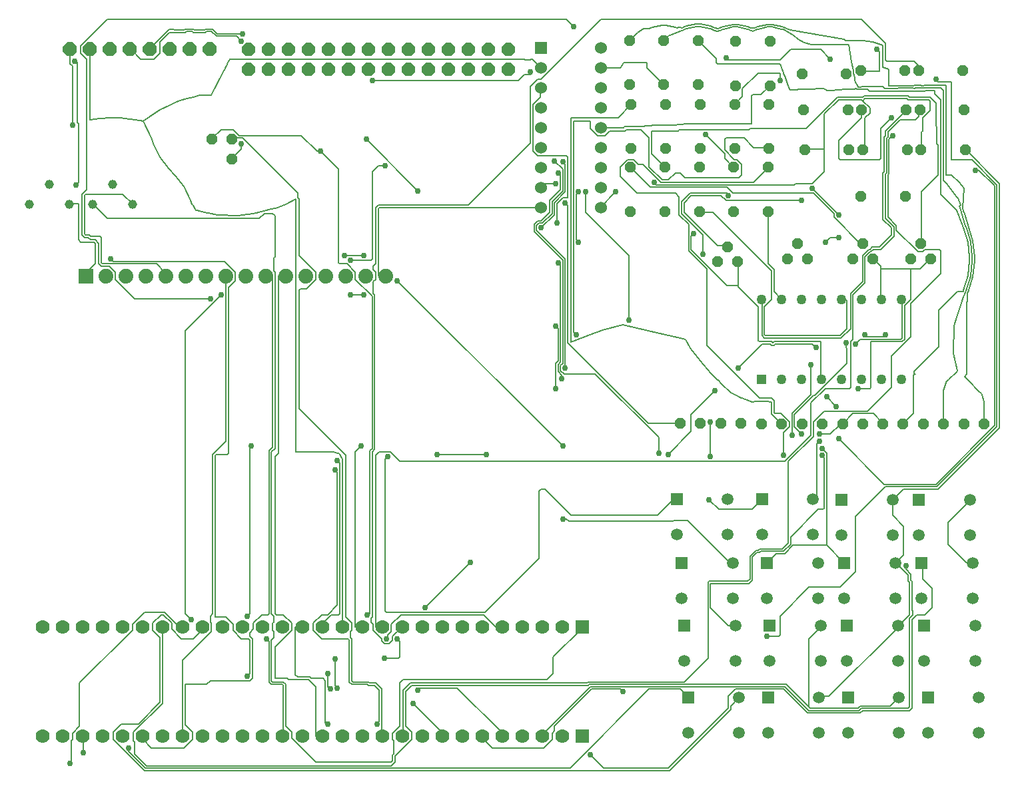
<source format=gbr>
G04 EAGLE Gerber RS-274X export*
G75*
%MOMM*%
%FSLAX34Y34*%
%LPD*%
%INBottom Copper*%
%IPPOS*%
%AMOC8*
5,1,8,0,0,1.08239X$1,22.5*%
G01*
%ADD10R,1.270000X1.270000*%
%ADD11C,1.270000*%
%ADD12R,1.524000X1.524000*%
%ADD13C,1.524000*%
%ADD14R,1.778000X1.778000*%
%ADD15C,1.778000*%
%ADD16P,1.814519X8X22.500000*%
%ADD17P,1.924489X8X112.500000*%
%ADD18R,1.879600X1.879600*%
%ADD19C,1.879600*%
%ADD20P,1.429621X8X22.500000*%
%ADD21P,1.429621X8X112.500000*%
%ADD22P,1.429621X8X202.500000*%
%ADD23C,1.168000*%
%ADD24C,1.498000*%
%ADD25R,1.498000X1.498000*%
%ADD26C,0.152400*%
%ADD27C,0.756400*%


D10*
X1005000Y529900D03*
D11*
X1030400Y529900D03*
X1055800Y529900D03*
X1081200Y529900D03*
X1106600Y529900D03*
X1132000Y529900D03*
X1157400Y529900D03*
X1182800Y529900D03*
X1182800Y631500D03*
X1157400Y631500D03*
X1132000Y631500D03*
X1106600Y631500D03*
X1081200Y631500D03*
X1055800Y631500D03*
X1030400Y631500D03*
X1005000Y631500D03*
D12*
X725100Y951300D03*
D13*
X725100Y925900D03*
X725100Y900500D03*
X725100Y875100D03*
X725100Y849700D03*
X725100Y824300D03*
X725100Y798900D03*
X725100Y773500D03*
X725100Y748100D03*
X801300Y748100D03*
X801300Y773500D03*
X801300Y798900D03*
X801300Y824300D03*
X801300Y849700D03*
X801300Y875100D03*
X801300Y900500D03*
X801300Y925900D03*
X801300Y951300D03*
D14*
X777600Y75800D03*
D15*
X752200Y75800D03*
X726800Y75800D03*
X701400Y75800D03*
X676000Y75800D03*
X650600Y75800D03*
X625200Y75800D03*
X599800Y75800D03*
X574400Y75800D03*
X549000Y75800D03*
X523600Y75800D03*
X498200Y75800D03*
X472800Y75800D03*
X447400Y75800D03*
X422000Y75800D03*
X396600Y75800D03*
X371200Y75800D03*
X345800Y75800D03*
X320400Y75800D03*
X295000Y75800D03*
X269600Y75800D03*
X244200Y75800D03*
X218800Y75800D03*
X193400Y75800D03*
X168000Y75800D03*
X142600Y75800D03*
X117200Y75800D03*
X91800Y75800D03*
D14*
X777600Y214700D03*
D15*
X752200Y214700D03*
X726800Y214700D03*
X701400Y214700D03*
X676000Y214700D03*
X650600Y214700D03*
X625200Y214700D03*
X599800Y214700D03*
X574400Y214700D03*
X549000Y214700D03*
X523600Y214700D03*
X498200Y214700D03*
X472800Y214700D03*
X447400Y214700D03*
X422000Y214700D03*
X396600Y214700D03*
X371200Y214700D03*
X345800Y214700D03*
X320400Y214700D03*
X295000Y214700D03*
X269600Y214700D03*
X244200Y214700D03*
X218800Y214700D03*
X193400Y214700D03*
X168000Y214700D03*
X142600Y214700D03*
X117200Y214700D03*
X91800Y214700D03*
D16*
X353700Y924400D03*
X353700Y949800D03*
X379100Y924400D03*
X379100Y949800D03*
X404500Y924400D03*
X404500Y949800D03*
X429900Y924400D03*
X429900Y949800D03*
X455300Y924400D03*
X455300Y949800D03*
X480700Y924400D03*
X480700Y949800D03*
X506100Y924400D03*
X506100Y949800D03*
X531500Y924400D03*
X531500Y949800D03*
X556900Y924400D03*
X556900Y949800D03*
X582300Y924400D03*
X582300Y949800D03*
X607700Y924400D03*
X607700Y949800D03*
X633100Y924400D03*
X633100Y949800D03*
X658500Y924400D03*
X658500Y949800D03*
X683900Y924400D03*
X683900Y949800D03*
D17*
X126700Y949500D03*
X152100Y949500D03*
X177500Y949500D03*
X202900Y949500D03*
X228300Y949500D03*
X253700Y949500D03*
X279100Y949500D03*
X304500Y949500D03*
D18*
X146600Y660900D03*
D19*
X172000Y660900D03*
X197400Y660900D03*
X222800Y660900D03*
X248200Y660900D03*
X273600Y660900D03*
X299000Y660900D03*
X324400Y660900D03*
X349800Y660900D03*
X375200Y660900D03*
X400600Y660900D03*
X426000Y660900D03*
X451400Y660900D03*
X476800Y660900D03*
X502200Y660900D03*
X527600Y660900D03*
D20*
X1263100Y473000D03*
X1288500Y473000D03*
X1211500Y473000D03*
X1236900Y473000D03*
X1159900Y473000D03*
X1185300Y473000D03*
X1108300Y473000D03*
X1133700Y473000D03*
X1056700Y473000D03*
X1082100Y473000D03*
X1005100Y473000D03*
X1030500Y473000D03*
X954100Y473800D03*
X979500Y473800D03*
X902500Y473800D03*
X927900Y473800D03*
D21*
X837500Y904400D03*
X837500Y960600D03*
X1015000Y823300D03*
X1015000Y879500D03*
X838800Y743300D03*
X838800Y799500D03*
X882600Y743300D03*
X882600Y799500D03*
X926400Y743300D03*
X926400Y799500D03*
X970200Y743300D03*
X970200Y799500D03*
X1014000Y743300D03*
X1014000Y799500D03*
D22*
X1113200Y918700D03*
X1057000Y918700D03*
X1187600Y922200D03*
X1131400Y922200D03*
X1261400Y922200D03*
X1205200Y922200D03*
X1115200Y872200D03*
X1059000Y872200D03*
D21*
X881300Y904400D03*
X881300Y960600D03*
D22*
X1189000Y872200D03*
X1132800Y872200D03*
X1262800Y872200D03*
X1206600Y872200D03*
X1116600Y822200D03*
X1060400Y822200D03*
X1190400Y822200D03*
X1134200Y822200D03*
X1264200Y822200D03*
X1208000Y822200D03*
X1188000Y762200D03*
X1131800Y762200D03*
D23*
X74500Y752600D03*
X99900Y778000D03*
X125300Y752600D03*
X155600Y752600D03*
X181000Y778000D03*
X206400Y752600D03*
D21*
X925100Y904400D03*
X925100Y960600D03*
X972200Y903300D03*
X972200Y959500D03*
X1016000Y903300D03*
X1016000Y959500D03*
X839800Y823300D03*
X839800Y879500D03*
X883600Y823300D03*
X883600Y879500D03*
X927400Y823300D03*
X927400Y879500D03*
X971200Y823300D03*
X971200Y879500D03*
D24*
X897500Y332400D03*
D25*
X897500Y377400D03*
D24*
X962500Y332400D03*
X962500Y377400D03*
X1015600Y171300D03*
D25*
X1015600Y216300D03*
D24*
X1080600Y171300D03*
X1080600Y216300D03*
X1114000Y171300D03*
D25*
X1114000Y216300D03*
D24*
X1179000Y171300D03*
X1179000Y216300D03*
X1212400Y171300D03*
D25*
X1212400Y216300D03*
D24*
X1277400Y171300D03*
X1277400Y216300D03*
X1216800Y80200D03*
D25*
X1216800Y125200D03*
D24*
X1281800Y80200D03*
X1281800Y125200D03*
X1115200Y80200D03*
D25*
X1115200Y125200D03*
D24*
X1180200Y80200D03*
X1180200Y125200D03*
X1013600Y80200D03*
D25*
X1013600Y125200D03*
D24*
X1078600Y80200D03*
X1078600Y125200D03*
X912000Y80200D03*
D25*
X912000Y125200D03*
D24*
X977000Y80200D03*
X977000Y125200D03*
X1005900Y332400D03*
D25*
X1005900Y377400D03*
D24*
X1070900Y332400D03*
X1070900Y377400D03*
X1106800Y331300D03*
D25*
X1106800Y376300D03*
D24*
X1171800Y331300D03*
X1171800Y376300D03*
X1205200Y331300D03*
D25*
X1205200Y376300D03*
D24*
X1270200Y331300D03*
X1270200Y376300D03*
X903600Y251300D03*
D25*
X903600Y296300D03*
D24*
X968600Y251300D03*
X968600Y296300D03*
X1012000Y251300D03*
D25*
X1012000Y296300D03*
D24*
X1077000Y251300D03*
X1077000Y296300D03*
X1110400Y251300D03*
D25*
X1110400Y296300D03*
D24*
X1175400Y251300D03*
X1175400Y296300D03*
X1208800Y251300D03*
D25*
X1208800Y296300D03*
D24*
X1273800Y251300D03*
X1273800Y296300D03*
X907200Y171300D03*
D25*
X907200Y216300D03*
D24*
X972200Y171300D03*
X972200Y216300D03*
D20*
X975100Y679500D03*
X962400Y698550D03*
X949700Y679500D03*
X1064100Y683000D03*
X1051400Y702050D03*
X1038700Y683000D03*
X1147100Y683000D03*
X1134400Y702050D03*
X1121700Y683000D03*
X1220100Y683000D03*
X1207400Y702050D03*
X1194700Y683000D03*
X306700Y835300D03*
X332100Y809900D03*
X332100Y835300D03*
D26*
X823164Y862864D02*
X839800Y879500D01*
X1017800Y485700D02*
X1030500Y473000D01*
X1017800Y485700D02*
X1017800Y500921D01*
X1007835Y501577D02*
X1002365Y501577D01*
X1007835Y501577D02*
X1011350Y501436D01*
X1017800Y500921D01*
X998650Y501420D02*
X993133Y500954D01*
X998650Y501420D02*
X1002365Y501577D01*
X915200Y569787D02*
X908863Y580387D01*
X979500Y506314D02*
X980825Y505725D01*
X982235Y505099D01*
X993133Y500954D01*
X908863Y580387D02*
X902500Y581805D01*
X966800Y512582D02*
X976765Y507528D01*
X979500Y506314D01*
X927900Y553210D02*
X915200Y569787D01*
X927900Y553210D02*
X941000Y537121D01*
X942029Y536250D02*
X948954Y529900D01*
X942029Y536250D02*
X941000Y537121D01*
X951365Y527689D02*
X954100Y524954D01*
X951365Y527689D02*
X948954Y529900D01*
X954100Y524954D02*
X966800Y512582D01*
X902500Y581805D02*
X861886Y591686D01*
X829220Y598933D01*
X802799Y592366D01*
X801300Y591794D01*
X789184Y587116D01*
X763200Y577465D01*
X823232Y862400D02*
X823164Y862864D01*
X763200Y862400D02*
X763200Y577465D01*
X763200Y862400D02*
X823232Y862400D01*
X1269923Y685578D02*
X1269923Y680422D01*
X1233176Y764791D02*
X1233176Y885164D01*
X1253126Y744841D02*
X1253126Y744841D01*
X1233176Y885164D02*
X1225226Y893114D01*
X1225899Y897339D02*
X1201043Y896641D01*
X1225226Y893114D02*
X1225899Y897339D01*
X1200830Y536760D02*
X1199580Y536760D01*
X1201043Y896641D02*
X1169321Y896641D01*
X1167010Y896571D02*
X1166940Y896500D01*
X1142878Y896500D01*
X1140421Y898958D01*
X1131750Y898724D02*
X1129120Y898677D01*
X1132100Y898724D02*
X1136587Y898840D01*
X1127995Y898653D02*
X1124261Y899296D01*
X1123535Y898988D02*
X1119808Y898706D01*
X1113700Y898498D02*
X1111765Y898467D01*
X1113700Y898498D02*
X1115855Y898498D01*
X1104958Y898148D02*
X1090943Y897499D01*
X1089944Y897498D02*
X1088449Y897490D01*
X1083676Y899505D02*
X1081249Y899497D01*
X1087986Y897485D02*
X1088281Y897579D01*
X1087781Y898091D02*
X1084138Y899511D01*
X1080249Y899496D02*
X1066916Y898839D01*
X1057500Y898498D02*
X1055565Y898467D01*
X1058000Y898498D02*
X1060301Y898527D01*
X1048286Y898084D02*
X1041584Y897629D01*
X948100Y937600D02*
X925100Y960600D01*
X1198400Y486100D02*
X1185300Y473000D01*
X1269923Y685578D02*
X1267986Y704285D01*
X1262163Y723027D01*
X1253126Y744841D01*
X1262163Y642973D02*
X1261650Y641734D01*
X1262163Y642973D02*
X1267986Y661715D01*
X1269923Y680422D01*
X1261650Y641734D02*
X1254681Y641734D01*
X1230326Y617379D01*
X1230326Y570780D01*
X1253126Y744841D02*
X1233176Y764791D01*
X1230326Y570780D02*
X1199580Y540034D01*
X1199580Y536760D01*
X1200830Y536760D02*
X1198400Y535617D01*
X1198400Y486100D01*
X1169321Y896641D02*
X1167010Y896571D01*
X1132100Y898724D02*
X1131750Y898724D01*
X1136587Y898840D02*
X1140421Y898958D01*
X1129120Y898677D02*
X1127995Y898653D01*
X1124261Y899296D02*
X1123535Y898988D01*
X1119808Y898706D02*
X1115855Y898498D01*
X1110350Y898436D02*
X1104958Y898148D01*
X1110350Y898436D02*
X1111765Y898467D01*
X1088449Y897490D02*
X1087986Y897485D01*
X1089944Y897498D02*
X1090943Y897499D01*
X1088281Y897579D02*
X1087781Y898091D01*
X1084138Y899511D02*
X1083676Y899505D01*
X1081249Y899497D02*
X1080249Y899496D01*
X1058000Y898498D02*
X1057500Y898498D01*
X1060301Y898527D02*
X1061621Y898556D01*
X1066916Y898839D01*
X1054140Y898436D02*
X1048286Y898084D01*
X1054140Y898436D02*
X1055565Y898467D01*
X1040017Y901717D02*
X1039362Y903300D01*
X1040017Y901717D02*
X1040495Y900565D01*
X1041584Y897629D01*
X1033638Y918700D02*
X1032983Y920283D01*
X1032505Y921435D01*
X1028836Y931400D01*
X1033638Y918700D02*
X1034726Y915965D01*
X1038274Y906035D01*
X1039362Y903300D01*
X1028836Y931400D02*
X949209Y931400D01*
X948091Y932500D01*
X948100Y935400D02*
X948100Y937600D01*
X948100Y935400D02*
X948091Y932500D01*
X1272971Y685735D02*
X1272971Y680265D01*
X1264466Y640568D02*
X1263333Y637833D01*
X1249463Y562698D02*
X1254250Y540641D01*
X1258213Y751929D02*
X1255439Y759694D01*
X1258175Y751287D02*
X1257104Y749555D01*
X1250485Y598230D02*
X1249419Y562888D01*
X1253600Y761918D02*
X1240730Y778582D01*
X1262058Y635065D02*
X1251071Y600665D01*
X1239692Y525835D02*
X1236900Y515162D01*
X1240328Y526472D02*
X1242436Y528546D01*
X1264871Y724455D02*
X1259415Y742351D01*
X1236224Y783088D02*
X1236224Y896826D01*
X1236224Y783088D02*
X1240730Y778582D01*
X1253348Y539428D02*
X1243316Y529390D01*
X1230200Y900948D02*
X1211127Y900388D01*
X1230200Y900948D02*
X1232800Y900948D01*
X1236224Y896826D01*
X1205550Y900248D02*
X1201416Y900145D01*
X1205900Y900248D02*
X1208817Y900317D01*
X1199566Y900094D02*
X1197953Y900126D01*
X1197603Y900228D02*
X1193265Y900348D01*
X1187950Y900248D02*
X1169227Y899688D01*
X1187950Y900248D02*
X1190284Y900248D01*
X1166917Y899617D02*
X1165018Y899617D01*
X1162148Y899562D01*
X1140795Y902472D02*
X1140327Y902004D01*
X1140795Y902472D02*
X1159239Y902472D01*
X1136494Y901887D02*
X1136144Y901887D01*
X1129056Y901724D01*
X1059346Y957699D02*
X1052357Y962415D01*
X1034814Y973905D02*
X1032078Y975038D01*
X1018267Y978099D02*
X1013733Y978099D01*
X999922Y975038D02*
X997878Y974191D01*
X990322Y974191D02*
X988278Y975038D01*
X974467Y978099D02*
X969933Y978099D01*
X956122Y975038D02*
X952825Y973664D01*
X943348Y974573D02*
X940723Y975682D01*
X927367Y978649D02*
X922833Y978649D01*
X909478Y975682D02*
X906533Y974461D01*
X887094Y966394D02*
X881300Y960600D01*
X1236900Y515162D02*
X1236900Y473000D01*
X1258175Y751287D02*
X1258213Y751929D01*
X1257593Y748375D02*
X1259415Y742351D01*
X1257593Y748375D02*
X1257104Y749555D01*
X1270986Y704900D02*
X1272971Y685735D01*
X1270986Y704900D02*
X1265033Y724064D01*
X1264871Y724455D01*
X1265033Y641936D02*
X1264466Y640568D01*
X1265033Y641936D02*
X1270986Y661100D01*
X1272971Y680265D01*
X1262767Y636465D02*
X1262058Y635065D01*
X1262767Y636465D02*
X1263333Y637833D01*
X1250929Y599724D02*
X1250485Y598230D01*
X1250929Y599724D02*
X1251071Y600665D01*
X1249419Y562888D02*
X1249463Y562698D01*
X1254250Y540641D02*
X1253348Y539428D01*
X1255439Y759694D02*
X1253600Y761918D01*
X1240328Y526472D02*
X1239692Y525835D01*
X1242436Y528546D02*
X1243316Y529390D01*
X1236224Y896826D02*
X1236224Y896826D01*
X1205900Y900248D02*
X1205550Y900248D01*
X1208817Y900317D02*
X1211127Y900388D01*
X1201416Y900145D02*
X1199566Y900094D01*
X1197953Y900126D02*
X1197603Y900228D01*
X1193265Y900348D02*
X1190284Y900248D01*
X1169227Y899688D02*
X1166917Y899617D01*
X1162148Y899562D02*
X1159239Y902472D01*
X1140327Y902004D02*
X1136494Y901887D01*
X1129056Y901724D02*
X1128386Y901710D01*
X1127703Y904197D01*
X1124644Y907256D01*
X1119956Y933644D02*
X1116394Y955990D01*
X1123591Y914391D02*
X1124050Y911719D01*
X1124050Y910981D01*
X1124644Y907256D01*
X1116394Y955990D02*
X1069306Y955990D01*
X1120550Y929181D02*
X1121009Y926509D01*
X1120550Y929181D02*
X1120550Y929919D01*
X1119956Y933644D01*
X1121872Y923503D02*
X1122142Y922200D01*
X1121872Y923503D02*
X1121279Y924935D01*
X1121009Y926509D01*
X1122300Y919465D02*
X1122458Y918700D01*
X1122300Y919465D02*
X1122300Y921435D01*
X1122142Y922200D01*
X1122458Y918700D02*
X1122728Y917397D01*
X1123322Y915965D01*
X1123591Y914391D01*
X1069306Y955990D02*
X1059346Y957699D01*
X1035932Y973442D02*
X1034814Y973905D01*
X1035932Y973442D02*
X1046125Y967729D01*
X1052357Y962415D01*
X1031110Y975439D02*
X1018267Y978099D01*
X1031110Y975439D02*
X1032078Y975038D01*
X997878Y974191D02*
X994100Y972627D01*
X999922Y975038D02*
X1000890Y975439D01*
X1013733Y978099D01*
X994100Y972627D02*
X990322Y974191D01*
X987310Y975439D02*
X974467Y978099D01*
X987310Y975439D02*
X988278Y975038D01*
X957090Y975439D02*
X956122Y975038D01*
X957090Y975439D02*
X969933Y978099D01*
X952825Y973664D02*
X949087Y972098D01*
X943348Y974573D01*
X939754Y976084D02*
X927367Y978649D01*
X939754Y976084D02*
X940723Y975682D01*
X910446Y976084D02*
X909478Y975682D01*
X910446Y976084D02*
X922833Y978649D01*
X906533Y974461D02*
X887094Y966394D01*
X1276019Y685893D02*
X1276019Y680107D01*
X1267282Y639402D02*
X1267282Y629402D01*
X1266149Y626666D01*
X1286055Y510632D02*
X1288500Y501198D01*
X1260876Y748049D02*
X1261038Y748096D01*
X1266149Y626666D02*
X1266149Y536056D01*
X1263390Y533297D01*
X1268563Y527677D02*
X1281643Y514686D01*
X1273987Y705515D02*
X1262415Y743151D01*
X1262332Y743234D01*
X1211034Y903434D02*
X1211596Y903996D01*
X1240000Y903996D01*
X1190233Y903296D02*
X1169696Y903296D01*
X1166824Y903208D02*
X1166824Y924193D01*
X1159500Y926749D01*
X1159500Y954877D02*
X1146961Y958615D01*
X1133863Y960973D02*
X1128834Y960973D01*
X1128448Y960930D02*
X1111714Y960747D01*
X1035980Y976721D02*
X1033244Y977854D01*
X1018579Y981147D02*
X1013421Y981147D01*
X998755Y977854D02*
X996712Y977007D01*
X991488Y977007D02*
X989444Y977854D01*
X992165Y976727D02*
X996035Y976727D01*
X974779Y981147D02*
X969621Y981147D01*
X954955Y977854D02*
X951648Y976475D01*
X950675Y976067D02*
X945873Y976803D01*
X944555Y977372D02*
X941889Y978498D01*
X927679Y981697D02*
X922521Y981697D01*
X908311Y978498D02*
X905364Y977277D01*
X904574Y976949D02*
X901036Y977277D01*
X900246Y977604D02*
X897506Y977090D01*
X883723Y980173D02*
X878877Y980173D01*
X865094Y977090D02*
X862148Y975869D01*
X861358Y975541D02*
X856652Y975869D01*
X855862Y976197D02*
X847619Y970719D01*
X837500Y960600D01*
X1288500Y501198D02*
X1288500Y473000D01*
X1261038Y748096D02*
X1262517Y772867D01*
X1260876Y748049D02*
X1262332Y743234D01*
X1273987Y705515D02*
X1276019Y685893D01*
X1267902Y640898D02*
X1267282Y639402D01*
X1267902Y640898D02*
X1273987Y660485D01*
X1276019Y680107D01*
X1264728Y531959D02*
X1268563Y527677D01*
X1264728Y531959D02*
X1263390Y533297D01*
X1284720Y511967D02*
X1286055Y510632D01*
X1284720Y511967D02*
X1281643Y514686D01*
X1262517Y772867D02*
X1257090Y779905D01*
X1211034Y903434D02*
X1208724Y903364D01*
X1208187Y903900D01*
X1190233Y903296D01*
X1169696Y903296D02*
X1166824Y903208D01*
X1159500Y926749D02*
X1159500Y954877D01*
X1146961Y958615D02*
X1133863Y960973D01*
X1128834Y960973D02*
X1128448Y960930D01*
X1111714Y960747D02*
X1110433Y962028D01*
X1041403Y973869D01*
X1037265Y976189D02*
X1035980Y976721D01*
X1037265Y976189D02*
X1041403Y973869D01*
X1032010Y978365D02*
X1018579Y981147D01*
X1032010Y978365D02*
X1033244Y977854D01*
X996712Y977007D02*
X996035Y976727D01*
X998755Y977854D02*
X999990Y978365D01*
X1013421Y981147D01*
X992165Y976727D02*
X991488Y977007D01*
X988210Y978365D02*
X974779Y981147D01*
X988210Y978365D02*
X989444Y977854D01*
X956190Y978365D02*
X954955Y977854D01*
X956190Y978365D02*
X969621Y981147D01*
X951648Y976475D02*
X950675Y976067D01*
X945873Y976803D02*
X944555Y977372D01*
X940654Y979010D02*
X927679Y981697D01*
X940654Y979010D02*
X941889Y978498D01*
X909546Y979010D02*
X908311Y978498D01*
X909546Y979010D02*
X922521Y981697D01*
X905364Y977277D02*
X904574Y976949D01*
X901036Y977277D02*
X900246Y977604D01*
X896404Y977547D02*
X883723Y980173D01*
X896404Y977547D02*
X897506Y977090D01*
X866196Y977547D02*
X865094Y977090D01*
X866196Y977547D02*
X878877Y980173D01*
X862148Y975869D02*
X861358Y975541D01*
X856652Y975869D02*
X855862Y976197D01*
X1246995Y790000D02*
X1257090Y779905D01*
X1246995Y790000D02*
X1240000Y790000D01*
X1240000Y903996D01*
X1121664Y486156D02*
X1109472Y473964D01*
X1121664Y486156D02*
X1147572Y486156D01*
X1159764Y473964D01*
X1109472Y473964D02*
X1108300Y473000D01*
X1159764Y473964D02*
X1159900Y473000D01*
X1107948Y472440D02*
X1104900Y472440D01*
X1092708Y460248D01*
X1078992Y460248D01*
X1107948Y472440D02*
X1108300Y473000D01*
X1085088Y822960D02*
X1060704Y822960D01*
X1085088Y822960D02*
X1085088Y867156D01*
X1103376Y885444D01*
X1132332Y885444D01*
X1133856Y883920D02*
X1143000Y874776D01*
X1133856Y883920D02*
X1132332Y885444D01*
X1143000Y874776D02*
X1143000Y868680D01*
X1136904Y862584D01*
X1136904Y824484D01*
X1135380Y822960D01*
X1060704Y822960D02*
X1060400Y822200D01*
X1134200Y822200D02*
X1135380Y822960D01*
X1208532Y822960D02*
X1208532Y844296D01*
X1210056Y845820D01*
X1210056Y862584D01*
X1219200Y871728D01*
X1219200Y883920D01*
X1217676Y885444D01*
X1191768Y885444D01*
X1190244Y886968D01*
X1136904Y886968D01*
X1133856Y883920D01*
X1208532Y822960D02*
X1208000Y822200D01*
X344424Y822960D02*
X332232Y810768D01*
X344424Y822960D02*
X344424Y829056D01*
X332232Y810768D02*
X332100Y809900D01*
X1085088Y822960D02*
X1085088Y794004D01*
X1069848Y778764D01*
X1048512Y778764D01*
X1046988Y777240D01*
X871728Y777240D01*
X868680Y780288D01*
X819912Y768096D02*
X800100Y748284D01*
X801300Y748100D01*
X861060Y473964D02*
X902208Y473964D01*
X861060Y473964D02*
X758952Y576072D01*
X758952Y751332D01*
X755904Y754380D01*
X902208Y473964D02*
X902500Y473800D01*
D27*
X1078992Y460248D03*
X344424Y829056D03*
X868680Y780288D03*
X819912Y768096D03*
X755904Y754380D03*
D26*
X454152Y91440D02*
X452628Y91440D01*
X451104Y92964D01*
X451104Y146304D01*
X448056Y149352D01*
X432816Y149352D01*
X431292Y150876D01*
X416052Y150876D01*
X413004Y153924D01*
X413004Y214884D01*
X420624Y214884D01*
X422000Y214700D01*
X667512Y214884D02*
X675132Y214884D01*
X667512Y214884D02*
X652272Y230124D01*
X547116Y230124D01*
X534924Y217932D01*
X534924Y208788D01*
X530352Y204216D01*
X530352Y201168D01*
X528828Y199644D01*
X675132Y214884D02*
X676000Y214700D01*
X1156716Y670560D02*
X1156716Y673608D01*
X1156716Y670560D02*
X1156716Y632460D01*
X1156716Y673608D02*
X1147572Y682752D01*
X1156716Y632460D02*
X1157400Y631500D01*
X1147572Y682752D02*
X1147100Y683000D01*
X1207008Y670560D02*
X1219200Y682752D01*
X1194816Y670560D02*
X1156716Y670560D01*
X1194816Y670560D02*
X1207008Y670560D01*
X1219200Y682752D02*
X1220100Y683000D01*
X975360Y649224D02*
X975360Y647700D01*
X975360Y649224D02*
X975360Y678180D01*
X975360Y647700D02*
X1001268Y621792D01*
X1001268Y579120D01*
X1002792Y577596D01*
X1018032Y577596D01*
X1019556Y576072D01*
X1021080Y577596D01*
X1080516Y577596D01*
X1080516Y530352D01*
X975360Y678180D02*
X975100Y679500D01*
X1080516Y530352D02*
X1081200Y529900D01*
X1194816Y630936D02*
X1194816Y670560D01*
X1194816Y630936D02*
X1187196Y623316D01*
X1187196Y580644D01*
X1184148Y577596D01*
X1144524Y577596D01*
X1144524Y519684D01*
X1143000Y518160D01*
X1127760Y518160D01*
X723900Y748284D02*
X519684Y748284D01*
X518160Y746760D01*
X518160Y661416D01*
X527304Y661416D01*
X723900Y748284D02*
X725100Y748100D01*
X527600Y660900D02*
X527304Y661416D01*
X137160Y752856D02*
X126492Y752856D01*
X137160Y752856D02*
X137160Y707136D01*
X140208Y704088D01*
X156972Y704088D01*
X158496Y702564D01*
X158496Y676656D01*
X147828Y665988D01*
X147828Y661416D01*
X126492Y752856D02*
X125300Y752600D01*
X147828Y661416D02*
X146600Y660900D01*
X246888Y661416D02*
X246888Y665988D01*
X236220Y676656D01*
X167640Y676656D01*
X166116Y678180D01*
X166116Y710184D01*
X164592Y711708D01*
X152400Y711708D01*
X150876Y713232D01*
X146304Y713232D01*
X144780Y714756D01*
X144780Y763524D01*
X146304Y765048D01*
X193548Y765048D01*
X205740Y752856D01*
X246888Y661416D02*
X248200Y660900D01*
X206400Y752600D02*
X205740Y752856D01*
X440436Y819912D02*
X445008Y819912D01*
X440436Y819912D02*
X420624Y839724D01*
X341376Y839724D01*
X333756Y847344D01*
X318516Y847344D01*
X307848Y836676D01*
X306700Y835300D01*
X961644Y649224D02*
X975360Y649224D01*
X961644Y649224D02*
X915924Y694944D01*
X915924Y711708D01*
X918972Y714756D01*
X505968Y230124D02*
X504444Y230124D01*
X505968Y230124D02*
X507492Y231648D01*
X507492Y438912D01*
X510540Y441960D01*
X510540Y635508D01*
X489204Y656844D01*
X489204Y665988D01*
X478536Y676656D01*
X469392Y676656D01*
X467868Y678180D01*
X467868Y797052D01*
X445008Y819912D01*
D27*
X454152Y91440D03*
X528828Y199644D03*
X1127760Y518160D03*
X445008Y819912D03*
X918972Y714756D03*
X504444Y230124D03*
D26*
X881300Y904400D02*
X859400Y926300D01*
X826328Y925900D02*
X801300Y925900D01*
X859400Y926300D02*
X859400Y932500D01*
X830552Y932500D01*
X828147Y929056D02*
X826328Y925900D01*
X828147Y929056D02*
X830552Y932500D01*
X980908Y854448D02*
X993100Y854500D01*
X980908Y854448D02*
X910354Y854448D01*
X893308Y852924D01*
X870844Y852924D01*
X852556Y851400D01*
X1004600Y891900D02*
X1016000Y903300D01*
X830050Y849700D02*
X801300Y849700D01*
X1002600Y891900D02*
X1004600Y891900D01*
X998674Y891958D02*
X994100Y892207D01*
X998674Y891958D02*
X1002600Y891900D01*
X994100Y892207D02*
X993100Y890593D01*
X993100Y854500D01*
X852556Y851400D02*
X831201Y851400D01*
X830050Y849700D01*
X711708Y917448D02*
X711708Y920496D01*
X711708Y917448D02*
X704088Y917448D01*
X696468Y909828D01*
X510540Y909828D01*
X129540Y928116D02*
X129540Y853440D01*
X129540Y928116D02*
X126492Y931164D01*
X126492Y949452D01*
X126700Y949500D01*
X448056Y219456D02*
X448056Y214884D01*
X448056Y219456D02*
X458724Y230124D01*
X467868Y230124D01*
X469392Y231648D01*
X469392Y423672D01*
X466344Y426720D01*
X483108Y637032D02*
X499872Y637032D01*
X725424Y722376D02*
X742188Y739140D01*
X742188Y754380D01*
X755904Y768096D01*
X755904Y803148D01*
X752856Y806196D01*
X448056Y214884D02*
X447400Y214700D01*
D27*
X711708Y920496D03*
X510540Y909828D03*
X129540Y853440D03*
X466344Y426720D03*
X483108Y637032D03*
X499872Y637032D03*
X725424Y722376D03*
X752856Y806196D03*
D26*
X468439Y436053D02*
X472800Y428402D01*
X466264Y436068D02*
X462100Y437543D01*
X376731Y745077D02*
X365987Y741954D01*
X351417Y739448D02*
X340555Y738374D01*
X378731Y745725D02*
X390311Y748185D01*
X333408Y738190D02*
X328296Y738354D01*
X326371Y738412D02*
X315359Y738994D01*
X353235Y739689D02*
X364036Y741401D01*
X301184Y741423D02*
X290494Y744005D01*
X334658Y738142D02*
X338757Y738208D01*
X286476Y745045D02*
X282057Y752018D01*
X303058Y741033D02*
X313573Y739097D01*
X288581Y744481D02*
X286602Y744995D01*
X713978Y937022D02*
X725100Y925900D01*
X152100Y949500D02*
X152100Y859945D01*
X472800Y428402D02*
X472800Y214700D01*
X710168Y936368D02*
X713978Y937022D01*
X710168Y936368D02*
X704510Y936368D01*
X704050Y937100D01*
X468439Y436053D02*
X466264Y436068D01*
X462100Y437543D02*
X460100Y437478D01*
X451400Y437544D01*
X447400Y437546D01*
X438700Y437607D01*
X434700Y437478D01*
X426000Y437544D01*
X422000Y437546D01*
X413300Y437607D01*
X400600Y752782D02*
X413300Y758776D01*
X400600Y752782D02*
X392722Y749278D01*
X390311Y748185D01*
X378731Y745725D02*
X376731Y745077D01*
X365987Y741954D02*
X364036Y741401D01*
X413300Y758776D02*
X413300Y437607D01*
X353235Y739689D02*
X351417Y739448D01*
X340555Y738374D02*
X338757Y738208D01*
X334658Y738142D02*
X333408Y738190D01*
X328296Y738354D02*
X326371Y738412D01*
X315359Y738994D02*
X313573Y739097D01*
X303058Y741033D02*
X301184Y741423D01*
X290494Y744005D02*
X288581Y744481D01*
X286602Y744995D02*
X286476Y745045D01*
X304500Y891257D02*
X305880Y891257D01*
X281796Y752600D02*
X282057Y752018D01*
X329497Y937100D02*
X704050Y937100D01*
X326838Y932369D02*
X325139Y928861D01*
X326838Y932369D02*
X329497Y937100D01*
X325139Y928861D02*
X324660Y927872D01*
X323564Y925228D01*
X321534Y920928D01*
X305880Y891257D01*
X279677Y757477D02*
X281796Y752600D01*
X291800Y890919D02*
X304500Y891257D01*
X271713Y774913D02*
X279677Y757477D01*
X282782Y888984D02*
X291800Y890919D01*
X275418Y887129D02*
X266400Y884521D01*
X275418Y887129D02*
X282782Y888984D01*
X266400Y884521D02*
X260288Y881712D01*
X260353Y788953D02*
X271713Y774913D01*
X253700Y878764D02*
X260288Y881712D01*
X252183Y798383D02*
X260353Y788953D01*
X241000Y872696D02*
X253700Y878764D01*
X241000Y872696D02*
X228300Y864130D01*
X240764Y812364D02*
X252183Y798383D01*
X219870Y858059D02*
X228300Y864130D01*
X232792Y829792D02*
X240764Y812364D01*
X230377Y835300D02*
X219870Y858059D01*
X230377Y835300D02*
X232792Y829792D01*
X219870Y858059D02*
X215600Y859181D01*
X202900Y860971D01*
X190200Y862338D01*
X181000Y862225D01*
X177500Y862209D01*
X164800Y861879D01*
X152100Y859945D01*
X723900Y888492D02*
X723900Y899160D01*
X723900Y888492D02*
X714756Y879348D01*
X714756Y819912D01*
X720852Y813816D01*
X757428Y813816D01*
X758952Y812292D01*
X758952Y760476D01*
X752856Y760476D01*
X745236Y752856D01*
X745236Y728472D01*
X496824Y445008D02*
X489204Y437388D01*
X489204Y214884D01*
X496824Y214884D01*
X723900Y899160D02*
X725100Y900500D01*
X498200Y214700D02*
X496824Y214884D01*
X134112Y934212D02*
X132588Y934212D01*
X134112Y934212D02*
X135636Y932688D01*
X135636Y856488D01*
X137160Y854964D01*
X137160Y780288D01*
X134112Y777240D01*
X178308Y682752D02*
X181356Y679704D01*
X323088Y679704D01*
X336804Y665988D01*
X336804Y655320D01*
X327660Y646176D01*
X327660Y435864D01*
X326136Y434340D01*
X312420Y434340D01*
X310896Y432816D01*
X310896Y227076D01*
X324612Y227076D01*
X333756Y217932D01*
X333756Y210312D01*
X344424Y199644D01*
X353568Y199644D01*
X355092Y198120D01*
X355092Y155448D01*
X352044Y152400D01*
D27*
X745236Y728472D03*
X496824Y445008D03*
X132588Y934212D03*
X134112Y777240D03*
X178308Y682752D03*
X352044Y152400D03*
D26*
X344424Y960120D02*
X338328Y966216D01*
X312420Y966216D01*
X306324Y972312D01*
X300228Y972312D01*
X298704Y970788D01*
X283464Y970788D01*
X281940Y972312D01*
X274320Y972312D01*
X272796Y970788D01*
X252984Y970788D01*
X240792Y958596D01*
X240792Y944880D01*
X233172Y937260D01*
X216408Y937260D01*
X204216Y949452D01*
X202900Y949500D01*
X397764Y140208D02*
X397764Y76200D01*
X397764Y140208D02*
X396240Y141732D01*
X382524Y141732D01*
X379476Y144780D01*
X379476Y196596D01*
X376428Y199644D01*
X352044Y228600D02*
X355092Y231648D01*
X355092Y443484D01*
X356616Y445008D01*
X483108Y681228D02*
X509016Y681228D01*
X510540Y682752D01*
X510540Y794004D01*
X518160Y801624D01*
X527304Y801624D01*
X397764Y76200D02*
X396600Y75800D01*
D27*
X344424Y960120D03*
X376428Y199644D03*
X352044Y228600D03*
X356616Y445008D03*
X483108Y681228D03*
X527304Y801624D03*
D26*
X345948Y969264D02*
X313944Y969264D01*
X307848Y975360D01*
X298704Y975360D01*
X297180Y973836D01*
X284988Y973836D01*
X283464Y975360D01*
X272796Y975360D01*
X271272Y973836D01*
X259080Y973836D01*
X257556Y975360D01*
X252984Y975360D01*
X228600Y950976D01*
X228300Y949500D01*
X454152Y138684D02*
X457200Y135636D01*
X454152Y138684D02*
X454152Y155448D01*
X525780Y175260D02*
X544068Y175260D01*
X545592Y176784D01*
X545592Y196596D01*
X542544Y199644D01*
X592836Y434340D02*
X655320Y434340D01*
X751332Y530352D02*
X751332Y534924D01*
X746760Y539496D01*
X746760Y548640D01*
X749808Y551688D01*
X749808Y675132D01*
X746760Y678180D01*
X772668Y704088D02*
X769620Y707136D01*
X769620Y765048D01*
X772668Y768096D01*
D27*
X345948Y969264D03*
X457200Y135636D03*
X454152Y155448D03*
X525780Y175260D03*
X542544Y199644D03*
X592836Y434340D03*
X655320Y434340D03*
X751332Y530352D03*
X746760Y678180D03*
X772668Y704088D03*
X772668Y768096D03*
D26*
X755904Y682752D02*
X755904Y544068D01*
X755904Y682752D02*
X719328Y719328D01*
X719328Y725424D01*
X722376Y728472D01*
X726948Y728472D01*
X739140Y740664D01*
X739140Y755904D01*
X752856Y769620D01*
X752856Y797052D01*
X742188Y807720D01*
D27*
X755904Y544068D03*
X742188Y807720D03*
D26*
X836676Y687324D02*
X836676Y605028D01*
X836676Y687324D02*
X781812Y742188D01*
X781812Y768096D01*
X743712Y778764D02*
X729996Y778764D01*
X725424Y774192D01*
X725100Y773500D01*
D27*
X836676Y605028D03*
X781812Y768096D03*
X743712Y778764D03*
D26*
X345948Y836676D02*
X332232Y836676D01*
X345948Y836676D02*
X416052Y766572D01*
X416052Y760476D01*
X417576Y758952D01*
X417576Y687324D01*
X438912Y665988D01*
X438912Y656844D01*
X426720Y644652D01*
X419100Y644652D01*
X417576Y643128D01*
X417576Y492252D01*
X477012Y432816D01*
X477012Y227076D01*
X484632Y219456D01*
X484632Y210312D01*
X483108Y208788D01*
X483108Y201168D01*
X484632Y199644D01*
X484632Y146304D01*
X486156Y144780D01*
X505968Y144780D01*
X507492Y143256D01*
X515112Y143256D01*
X522732Y135636D01*
X522732Y76200D01*
X332100Y835300D02*
X332232Y836676D01*
X522732Y76200D02*
X523600Y75800D01*
X949452Y699516D02*
X961644Y699516D01*
X949452Y699516D02*
X906780Y742188D01*
X906780Y754380D01*
X915924Y763524D01*
X954024Y763524D01*
X960120Y757428D01*
X1056132Y757428D01*
X1028700Y918868D02*
X1029180Y919348D01*
X1028700Y918868D02*
X1028700Y909828D01*
X1029180Y919348D02*
X1001048Y919348D01*
X981200Y899500D01*
X981200Y889500D01*
X971200Y879500D01*
X961644Y699516D02*
X962400Y698550D01*
D27*
X1056132Y757428D03*
X1028700Y909828D03*
D26*
X1130808Y702564D02*
X1133856Y702564D01*
X1130808Y702564D02*
X1097280Y736092D01*
X1097280Y740664D01*
X1071372Y766572D01*
X969264Y766572D01*
X961644Y774192D01*
X864108Y774192D01*
X838800Y799500D01*
X1133856Y702564D02*
X1134400Y702050D01*
X963168Y763524D02*
X963168Y765048D01*
X961644Y766572D01*
X914400Y766572D01*
X903732Y755904D01*
X903732Y740664D01*
X931164Y713232D01*
X931164Y688848D01*
X940308Y475488D02*
X940308Y431292D01*
X598932Y80772D02*
X562356Y117348D01*
X598932Y80772D02*
X598932Y76200D01*
X599800Y75800D01*
D27*
X963168Y763524D03*
X931164Y688848D03*
X940308Y475488D03*
X940308Y431292D03*
X562356Y117348D03*
D26*
X995172Y824484D02*
X1014984Y824484D01*
X995172Y824484D02*
X982980Y836676D01*
X960120Y836676D01*
X958596Y835152D01*
X958596Y821436D01*
X970788Y809244D01*
X973836Y809244D01*
X979932Y803148D01*
X979932Y789432D01*
X976884Y786384D01*
X908304Y786384D01*
X902208Y792480D01*
X896112Y792480D01*
X886968Y783336D01*
X879348Y783336D01*
X862584Y800100D01*
X862584Y836676D01*
X851916Y847344D01*
X833628Y847344D01*
X832104Y845820D01*
X812292Y845820D01*
X806196Y839724D01*
X797052Y839724D01*
X787908Y848868D01*
X787908Y858012D01*
X766572Y858012D01*
X766572Y589788D01*
X769620Y586740D01*
X466344Y411480D02*
X463296Y414528D01*
X466344Y411480D02*
X466344Y242316D01*
X454152Y230124D01*
X446532Y230124D01*
X435864Y219456D01*
X435864Y210312D01*
X446532Y199644D01*
X480060Y199644D01*
X481584Y198120D01*
X481584Y144780D01*
X484632Y141732D01*
X504444Y141732D01*
X505968Y140208D01*
X513588Y140208D01*
X519684Y134112D01*
X519684Y94488D01*
X516636Y91440D01*
X1015000Y823300D02*
X1014984Y824484D01*
D27*
X769620Y586740D03*
X463296Y414528D03*
X516636Y91440D03*
D26*
X568452Y769620D02*
X502920Y835152D01*
D27*
X568452Y769620D03*
X502920Y835152D03*
D26*
X1021080Y641604D02*
X1030224Y632460D01*
X1021080Y641604D02*
X1021080Y669036D01*
X1013460Y676656D01*
X1013460Y742188D01*
X1030224Y632460D02*
X1030400Y631500D01*
X1013460Y742188D02*
X1014000Y743300D01*
X1088136Y507492D02*
X1100328Y495300D01*
X1103376Y454152D02*
X1161288Y396240D01*
X1226820Y396240D01*
X1301496Y470916D01*
X1301496Y775716D01*
X1281684Y795528D01*
X1277112Y795528D01*
D27*
X1088136Y507492D03*
X1100328Y495300D03*
X1103376Y454152D03*
X1277112Y795528D03*
D26*
X1005840Y630936D02*
X1005840Y585216D01*
X1008888Y582168D01*
X1106424Y582168D01*
X1118616Y594360D01*
X1118616Y638556D01*
X1133856Y653796D01*
X1133856Y687324D01*
X1141476Y694944D01*
X1143000Y694944D01*
X1146048Y697992D01*
X1155192Y697992D01*
X1170432Y713232D01*
X1170432Y722376D01*
X1159764Y733044D01*
X1159764Y792480D01*
X1161288Y794004D01*
X1161288Y838200D01*
X1162812Y839724D01*
X1162812Y845820D01*
X1188720Y871728D01*
X1005840Y630936D02*
X1005000Y631500D01*
X1188720Y871728D02*
X1189000Y872200D01*
X969264Y800100D02*
X958596Y810768D01*
X958596Y816864D01*
X934212Y841248D01*
X749808Y789432D02*
X746760Y792480D01*
X749808Y789432D02*
X749808Y771144D01*
X736092Y757428D01*
X736092Y742188D01*
X725424Y731520D01*
X720852Y731520D01*
X716280Y726948D01*
X716280Y717804D01*
X752856Y681228D01*
X752856Y550164D01*
X749808Y547116D01*
X749808Y541020D01*
X754380Y536448D01*
X794004Y536448D01*
X874776Y455676D01*
X874776Y435864D01*
X970200Y799500D02*
X969264Y800100D01*
D27*
X934212Y841248D03*
X746760Y792480D03*
X874776Y435864D03*
D26*
X995172Y780288D02*
X1013460Y798576D01*
X995172Y780288D02*
X877824Y780288D01*
X854964Y803148D01*
X848868Y803148D01*
X842772Y809244D01*
X835152Y809244D01*
X826008Y800100D01*
X826008Y787908D01*
X847344Y766572D01*
X896112Y766572D01*
X900684Y762000D01*
X900684Y739140D01*
X912876Y726948D01*
X912876Y693420D01*
X935736Y670560D01*
X935736Y573024D01*
X1002792Y505968D01*
X1018032Y505968D01*
X1021080Y502920D01*
X1021080Y487680D01*
X1022604Y486156D01*
X1030224Y486156D01*
X1040892Y475488D01*
X1040892Y469392D01*
X1033272Y461772D01*
X1033272Y432816D01*
X571500Y137160D02*
X568452Y134112D01*
X571500Y137160D02*
X618744Y137160D01*
X675132Y80772D01*
X675132Y76200D01*
X1013460Y798576D02*
X1014000Y799500D01*
X676000Y75800D02*
X675132Y76200D01*
D27*
X1033272Y432816D03*
X568452Y134112D03*
D26*
X766572Y978408D02*
X757428Y987552D01*
X173736Y987552D01*
X140208Y954024D01*
X140208Y944880D01*
X147828Y937260D01*
X147828Y771144D01*
X141732Y765048D01*
X141732Y713232D01*
X144780Y710184D01*
X149352Y710184D01*
X152400Y707136D01*
X158496Y707136D01*
X163068Y702564D01*
X163068Y676656D01*
X166116Y673608D01*
X176784Y673608D01*
X184404Y665988D01*
X184404Y656844D01*
X208788Y632460D01*
X304800Y632460D01*
D27*
X766572Y978408D03*
X304800Y632460D03*
D26*
X1132332Y922020D02*
X1155192Y922020D01*
X1155192Y946404D01*
X1152144Y949452D01*
X1226820Y911352D02*
X1229868Y908304D01*
X1246632Y908304D01*
X1246632Y809244D01*
X1272540Y809244D01*
X1304544Y777240D01*
X1304544Y469392D01*
X1228344Y393192D01*
X1162812Y393192D01*
X1124712Y355092D01*
X1124712Y284988D01*
X1104900Y265176D01*
X1065276Y265176D01*
X1028700Y228600D01*
X1028700Y204216D01*
X1027176Y202692D01*
X1011936Y202692D01*
X829056Y132588D02*
X826008Y135636D01*
X789432Y135636D01*
X742188Y88392D01*
X742188Y82296D01*
X739140Y79248D01*
X739140Y71628D01*
X728472Y60960D01*
X662940Y60960D01*
X649224Y74676D01*
X1131400Y922200D02*
X1132332Y922020D01*
X650600Y75800D02*
X649224Y74676D01*
D27*
X1152144Y949452D03*
X1226820Y911352D03*
X1011936Y202692D03*
X829056Y132588D03*
D26*
X1203960Y923544D02*
X1203960Y929640D01*
X1199388Y934212D01*
X1164336Y934212D01*
X1162812Y935736D01*
X1162812Y957072D01*
X1132332Y987552D01*
X801624Y987552D01*
X725424Y911352D01*
X720852Y911352D01*
X711708Y902208D01*
X711708Y830580D01*
X632460Y751332D01*
X518160Y751332D01*
X515112Y748284D01*
X515112Y676656D01*
X512064Y673608D01*
X512064Y669036D01*
X515112Y665988D01*
X515112Y656844D01*
X512064Y653796D01*
X512064Y638556D01*
X513588Y637032D01*
X513588Y440436D01*
X510540Y437388D01*
X510540Y227076D01*
X509016Y225552D01*
X509016Y220980D01*
X512064Y217932D01*
X512064Y210312D01*
X522732Y199644D01*
X522732Y196596D01*
X525780Y193548D01*
X531876Y193548D01*
X536448Y198120D01*
X536448Y202692D01*
X548640Y214884D01*
X1205200Y922200D02*
X1203960Y923544D01*
X549000Y214700D02*
X548640Y214884D01*
X1103376Y739140D02*
X1069848Y772668D01*
X1136904Y586740D02*
X1139952Y583692D01*
X1159764Y583692D01*
X1162812Y586740D01*
D27*
X1069848Y772668D03*
X1103376Y739140D03*
X1136904Y586740D03*
X1162812Y586740D03*
D26*
X1132332Y862584D02*
X1132332Y871728D01*
X1132332Y862584D02*
X1103376Y833628D01*
X1103376Y810768D01*
X1104900Y809244D01*
X1155192Y809244D01*
X1156716Y810768D01*
X1156716Y848868D01*
X1170432Y862584D01*
X1171956Y839724D02*
X1167384Y835152D01*
X1167384Y790956D01*
X1165860Y789432D01*
X1165860Y736092D01*
X1176528Y725424D01*
X1176528Y719328D01*
X1203960Y691896D01*
X1210056Y691896D01*
X1213104Y694944D01*
X1231392Y694944D01*
X1232916Y693420D01*
X1232916Y664464D01*
X1194816Y626364D01*
X1194816Y583692D01*
X1170432Y559308D01*
X1170432Y519684D01*
X1139952Y489204D01*
X1085088Y489204D01*
X1071372Y475488D01*
X1071372Y457200D01*
X1039368Y425196D01*
X1039368Y321564D01*
X1031748Y313944D01*
X1002792Y313944D01*
X1001268Y312420D01*
X998220Y312420D01*
X990600Y304800D01*
X990600Y275844D01*
X987552Y272796D01*
X938784Y272796D01*
X937260Y271272D01*
X937260Y175260D01*
X906780Y144780D01*
X784860Y144780D01*
X783336Y143256D01*
X559308Y143256D01*
X550164Y134112D01*
X550164Y76200D01*
X1132332Y871728D02*
X1132800Y872200D01*
X550164Y76200D02*
X549000Y75800D01*
D27*
X1170432Y862584D03*
X1171956Y839724D03*
D26*
X1205484Y864108D02*
X1205484Y871728D01*
X1205484Y864108D02*
X1200912Y859536D01*
X1181100Y859536D01*
X1165860Y844296D01*
X1165860Y838200D01*
X1164336Y836676D01*
X1164336Y792480D01*
X1162812Y790956D01*
X1162812Y734568D01*
X1173480Y723900D01*
X1173480Y711708D01*
X1156716Y694944D01*
X1147572Y694944D01*
X1144524Y691896D01*
X1143000Y691896D01*
X1136904Y685800D01*
X1136904Y652272D01*
X1121664Y637032D01*
X1121664Y580644D01*
X1118616Y577596D01*
X1118616Y519684D01*
X1117092Y518160D01*
X1086612Y518160D01*
X1068324Y499872D01*
X1068324Y458724D01*
X1034796Y425196D01*
X545592Y425196D01*
X533400Y437388D01*
X519684Y437388D01*
X515112Y432816D01*
X515112Y214884D01*
X522732Y214884D01*
X1205484Y871728D02*
X1206600Y872200D01*
X523600Y214700D02*
X522732Y214884D01*
X1107948Y630936D02*
X1112520Y630936D01*
X1114044Y629412D01*
X1114044Y594360D01*
X1104900Y585216D01*
X1010412Y585216D01*
X1008888Y586740D01*
X1008888Y621792D01*
X1018032Y630936D01*
X1018032Y667512D01*
X943356Y742188D01*
X926592Y742188D01*
X1106600Y631500D02*
X1107948Y630936D01*
X926592Y742188D02*
X926400Y743300D01*
X746760Y594360D02*
X743712Y597408D01*
X746760Y594360D02*
X746760Y553212D01*
X743712Y550164D01*
X743712Y518160D01*
X635508Y297180D02*
X577596Y239268D01*
D27*
X743712Y597408D03*
X743712Y518160D03*
X635508Y297180D03*
X577596Y239268D03*
D26*
X1184148Y582168D02*
X1184148Y630936D01*
X1184148Y582168D02*
X1182624Y580644D01*
X1130808Y580644D01*
X1124712Y574548D01*
X1074420Y569976D02*
X1069848Y574548D01*
X1022604Y574548D01*
X1021080Y573024D01*
X1018032Y573024D01*
X1016508Y574548D01*
X1005840Y574548D01*
X975360Y544068D01*
X946404Y515112D02*
X915924Y484632D01*
X915924Y463296D01*
X886968Y434340D01*
X1182800Y631500D02*
X1184148Y630936D01*
D27*
X1124712Y574548D03*
X1074420Y569976D03*
X975360Y544068D03*
X946404Y515112D03*
X886968Y434340D03*
D26*
X1112520Y569976D02*
X1112520Y576072D01*
X1112520Y569976D02*
X1114044Y568452D01*
X1114044Y550164D01*
X1072896Y509016D01*
X1071372Y509016D01*
X1046988Y484632D01*
X1046988Y469392D01*
X1056132Y460248D01*
X1075944Y448056D02*
X1078992Y451104D01*
X1075944Y448056D02*
X1075944Y382524D01*
X1071372Y377952D01*
X1070900Y377400D01*
X1179576Y124968D02*
X1168908Y114300D01*
X1130808Y114300D01*
X1127760Y111252D01*
X1066800Y111252D01*
X1065276Y112776D01*
X1065276Y199644D01*
X1080516Y214884D01*
X1179576Y124968D02*
X1180200Y125200D01*
X1080516Y214884D02*
X1080600Y216300D01*
X243840Y213360D02*
X243840Y117348D01*
X207264Y80772D01*
X207264Y70104D01*
X208788Y68580D01*
X208788Y53340D01*
X224028Y38100D01*
X534924Y38100D01*
X539496Y42672D01*
X539496Y50292D01*
X560832Y71628D01*
X560832Y80772D01*
X553212Y88392D01*
X553212Y132588D01*
X560832Y140208D01*
X784860Y140208D01*
X786384Y141732D01*
X1036320Y141732D01*
X1065276Y112776D01*
X244200Y214700D02*
X243840Y213360D01*
D27*
X1112520Y576072D03*
X1056132Y460248D03*
X1078992Y451104D03*
D26*
X1307592Y778764D02*
X1264920Y821436D01*
X1307592Y778764D02*
X1307592Y467868D01*
X1229868Y390144D01*
X1185672Y390144D01*
X1171956Y376428D01*
X1264920Y821436D02*
X1264200Y822200D01*
X1171956Y376428D02*
X1171800Y376300D01*
X1091184Y126492D02*
X1078992Y126492D01*
X1091184Y126492D02*
X1179576Y214884D01*
X1078992Y126492D02*
X1078600Y125200D01*
X1179576Y214884D02*
X1179000Y216300D01*
X1191768Y280416D02*
X1176528Y295656D01*
X1191768Y280416D02*
X1191768Y272796D01*
X1193292Y271272D01*
X1193292Y230124D01*
X1179576Y216408D01*
X1176528Y295656D02*
X1175400Y296300D01*
X1179576Y216408D02*
X1179000Y216300D01*
X268224Y214884D02*
X265176Y214884D01*
X246888Y233172D01*
X220980Y233172D01*
X205740Y217932D01*
X205740Y210312D01*
X138684Y143256D01*
X138684Y88392D01*
X129540Y79248D01*
X129540Y71628D01*
X128016Y70104D01*
X128016Y42672D01*
X126492Y41148D01*
X268224Y214884D02*
X269600Y214700D01*
X1171956Y356616D02*
X1171956Y374904D01*
X1171956Y356616D02*
X1185672Y342900D01*
X1185672Y306324D01*
X1176528Y297180D01*
X1171956Y374904D02*
X1171800Y376300D01*
X1176528Y297180D02*
X1175400Y296300D01*
D27*
X126492Y41148D03*
D26*
X1080516Y949452D02*
X1092708Y937260D01*
X1080516Y949452D02*
X1042416Y949452D01*
X1028700Y935736D01*
X963168Y935736D01*
X960120Y938784D01*
X1264920Y297180D02*
X1272540Y297180D01*
X1264920Y297180D02*
X1242060Y320040D01*
X1242060Y347472D01*
X1269492Y374904D01*
X1272540Y297180D02*
X1273800Y296300D01*
X1269492Y374904D02*
X1270200Y376300D01*
X294132Y213360D02*
X294132Y210312D01*
X283464Y199644D01*
X268224Y199644D01*
X256032Y211836D01*
X256032Y219456D01*
X245364Y230124D01*
X242316Y230124D01*
X231648Y219456D01*
X231648Y210312D01*
X240792Y201168D01*
X240792Y118872D01*
X213360Y91440D01*
X192024Y91440D01*
X181356Y80772D01*
X181356Y71628D01*
X220980Y32004D01*
X888492Y32004D01*
X966216Y109728D01*
X966216Y114300D01*
X976884Y124968D01*
X295000Y214700D02*
X294132Y213360D01*
X976884Y124968D02*
X977000Y125200D01*
D27*
X1092708Y937260D03*
X960120Y938784D03*
D26*
X1082040Y441960D02*
X1088136Y435864D01*
X1088136Y318516D01*
X1109472Y297180D01*
X1110400Y296300D01*
X1024128Y307848D02*
X1013460Y297180D01*
X1024128Y307848D02*
X1034796Y307848D01*
X1045464Y318516D01*
X1088136Y318516D01*
X1013460Y297180D02*
X1012000Y296300D01*
X143256Y74676D02*
X143256Y54864D01*
X143256Y74676D02*
X142600Y75800D01*
X1210056Y275844D02*
X1210056Y295656D01*
X1210056Y275844D02*
X1222248Y263652D01*
X1222248Y239268D01*
X1213104Y230124D01*
X1202436Y230124D01*
X1196340Y224028D01*
X1196340Y111252D01*
X1193292Y108204D01*
X1133856Y108204D01*
X1130808Y105156D01*
X1063752Y105156D01*
X1033272Y135636D01*
X972312Y135636D01*
X963168Y126492D01*
X963168Y111252D01*
X886968Y35052D01*
X804672Y35052D01*
X787908Y51816D01*
X1208800Y296300D02*
X1210056Y295656D01*
D27*
X1082040Y441960D03*
X143256Y54864D03*
X787908Y51816D03*
D26*
X201168Y56388D02*
X201168Y60960D01*
X201168Y56388D02*
X222504Y35052D01*
X762000Y35052D01*
X862584Y135636D01*
X902208Y135636D01*
X911352Y126492D01*
X912000Y125200D01*
D27*
X201168Y60960D03*
D26*
X938784Y376428D02*
X950976Y364236D01*
X993648Y364236D01*
X1005840Y376428D01*
X1005900Y377400D01*
X1188720Y292608D02*
X1188720Y288036D01*
X1194816Y281940D01*
X1194816Y274320D01*
X1196340Y272796D01*
X1196340Y236220D01*
X1197864Y234696D01*
X1197864Y230124D01*
X1193292Y225552D01*
X1193292Y112776D01*
X1191768Y111252D01*
X1132332Y111252D01*
X1129284Y108204D01*
X1065276Y108204D01*
X1034796Y138684D01*
X787908Y138684D01*
X725424Y76200D01*
X726800Y75800D01*
X893064Y376428D02*
X896112Y376428D01*
X893064Y376428D02*
X873252Y356616D01*
X763524Y356616D01*
X729996Y390144D01*
X725424Y390144D01*
X722376Y387096D01*
X722376Y301752D01*
X653796Y233172D01*
X528828Y233172D01*
X527304Y234696D01*
X527304Y428244D01*
X530352Y431292D01*
X463296Y173736D02*
X463296Y140208D01*
X466344Y137160D01*
X896112Y376428D02*
X897500Y377400D01*
D27*
X938784Y376428D03*
X1188720Y292608D03*
X530352Y431292D03*
X463296Y173736D03*
X466344Y137160D03*
D26*
X1092708Y710184D02*
X1103376Y710184D01*
X1092708Y710184D02*
X1086612Y704088D01*
X1068324Y548640D02*
X1068324Y510540D01*
X1043940Y486156D01*
X1043940Y458724D01*
X280416Y224028D02*
X272796Y231648D01*
X272796Y591312D01*
X318516Y637032D01*
X475488Y687324D02*
X499872Y687324D01*
X542544Y655320D02*
X752856Y445008D01*
X752856Y352044D02*
X757428Y352044D01*
X760476Y348996D01*
X893064Y348996D01*
X894588Y350520D01*
X911352Y350520D01*
X964692Y297180D01*
X967740Y297180D01*
X968600Y296300D01*
X970788Y216408D02*
X963168Y216408D01*
X940308Y239268D01*
X940308Y269748D01*
X989076Y269748D01*
X993648Y274320D01*
X993648Y303276D01*
X999744Y309372D01*
X1002792Y309372D01*
X1004316Y310896D01*
X1033272Y310896D01*
X1042416Y320040D01*
X1042416Y329184D01*
X1077468Y364236D01*
X1083564Y364236D01*
X1085088Y365760D01*
X1085088Y429768D01*
X1082040Y432816D01*
X972200Y216300D02*
X970788Y216408D01*
D27*
X1103376Y710184D03*
X1086612Y704088D03*
X1068324Y548640D03*
X1043940Y458724D03*
X280416Y224028D03*
X318516Y637032D03*
X475488Y687324D03*
X499872Y687324D03*
X542544Y655320D03*
X752856Y445008D03*
X752856Y352044D03*
X1082040Y432816D03*
D26*
X777240Y213360D02*
X740664Y176784D01*
X740664Y155448D01*
X733044Y147828D01*
X550164Y147828D01*
X545592Y143256D01*
X545592Y88392D01*
X536448Y79248D01*
X536448Y71628D01*
X537972Y70104D01*
X537972Y53340D01*
X536448Y51816D01*
X536448Y44196D01*
X534924Y42672D01*
X438912Y42672D01*
X408432Y73152D01*
X408432Y80772D01*
X400812Y88392D01*
X400812Y141732D01*
X397764Y144780D01*
X384048Y144780D01*
X382524Y146304D01*
X382524Y198120D01*
X385572Y201168D01*
X385572Y208788D01*
X384048Y210312D01*
X384048Y219456D01*
X385572Y220980D01*
X385572Y228600D01*
X382524Y231648D01*
X382524Y437388D01*
X387096Y441960D01*
X387096Y665988D01*
X385572Y667512D01*
X385572Y684276D01*
X387096Y685800D01*
X387096Y737616D01*
X384048Y740664D01*
X373380Y740664D01*
X367284Y734568D01*
X173736Y734568D01*
X156972Y751332D01*
X777600Y214700D02*
X777240Y213360D01*
X156972Y751332D02*
X155600Y752600D01*
X269748Y172212D02*
X269748Y76200D01*
X269748Y172212D02*
X306324Y208788D01*
X306324Y219456D01*
X304800Y220980D01*
X304800Y228600D01*
X307848Y231648D01*
X307848Y434340D01*
X324612Y451104D01*
X324612Y659892D01*
X269748Y76200D02*
X269600Y75800D01*
X324612Y659892D02*
X324400Y660900D01*
X219456Y74676D02*
X219456Y71628D01*
X230124Y60960D01*
X271272Y60960D01*
X281940Y71628D01*
X281940Y80772D01*
X272796Y89916D01*
X272796Y141732D01*
X300228Y141732D01*
X304800Y146304D01*
X355092Y146304D01*
X358140Y149352D01*
X358140Y199644D01*
X355092Y202692D01*
X355092Y207264D01*
X359664Y211836D01*
X359664Y219456D01*
X370332Y230124D01*
X377952Y230124D01*
X379476Y231648D01*
X379476Y438912D01*
X384048Y443484D01*
X384048Y661416D01*
X376428Y661416D01*
X218800Y75800D02*
X219456Y74676D01*
X375200Y660900D02*
X376428Y661416D01*
X438912Y76200D02*
X446532Y76200D01*
X438912Y76200D02*
X438912Y138684D01*
X429768Y147828D01*
X403860Y147828D01*
X402336Y149352D01*
X387096Y149352D01*
X387096Y188976D01*
X408432Y210312D01*
X408432Y219456D01*
X397764Y230124D01*
X388620Y230124D01*
X387096Y231648D01*
X387096Y431292D01*
X391668Y435864D01*
X391668Y661416D01*
X399288Y661416D01*
X446532Y76200D02*
X447400Y75800D01*
X400600Y660900D02*
X399288Y661416D01*
X1208532Y702564D02*
X1208532Y768096D01*
X1229868Y789432D01*
X1229868Y827532D01*
X1228344Y829056D01*
X1228344Y850392D01*
X1226820Y851916D01*
X1226820Y880872D01*
X1219200Y888492D01*
X1193292Y888492D01*
X1191768Y890016D01*
X1135380Y890016D01*
X1133856Y888492D01*
X1101852Y888492D01*
X1062228Y848868D01*
X990600Y848868D01*
X989076Y847344D01*
X900684Y847344D01*
X899160Y845820D01*
X865632Y845820D01*
X865632Y816864D01*
X882396Y800100D01*
X1207400Y702050D02*
X1208532Y702564D01*
X882600Y799500D02*
X882396Y800100D01*
M02*

</source>
